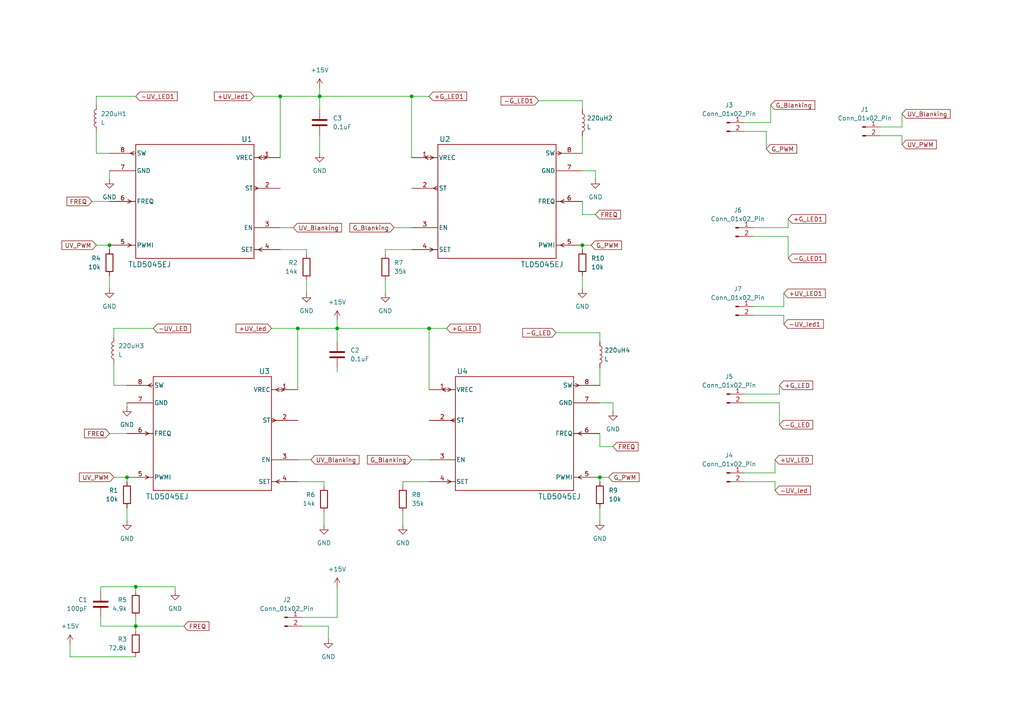
<source format=kicad_sch>
(kicad_sch (version 20231120) (generator "eeschema") (generator_version "8.0")
  (paper "A4")
  (title_block (title "Ganzfeld stimulator") (rev "v.02") (company "Sussex university") (comment 1 "CERN OHL V2.05") (comment 2 "Author: Solomon Gitau "))
  (lib_symbols
    (symbol "Connector:Conn_01x02_Pin" (pin_names (offset 1.016) hide)
      (property "Reference" "J" (at 0 2.54 0))
      (property "Value" "Conn_01x02_Pin" (at 0 -5.08 0))
      (symbol "Conn_01x02_Pin_1_1"
        (polyline (pts (xy 1.27 -2.54) (xy 0.8636 -2.54)) (stroke (width 0.1524)))
        (polyline (pts (xy 1.27 0) (xy 0.8636 0)) (stroke (width 0.1524)))
        (rectangle (start 0.8636 -2.413) (end 0 -2.667) (stroke (width 0.1524)) (fill (type outline)))
        (rectangle (start 0.8636 0.127) (end 0 -0.127) (stroke (width 0.1524)) (fill (type outline)))
        (pin passive line (at 5.08 0 180) (length 3.81) (name "Pin_1") (number "1"))
        (pin passive line (at 5.08 -2.54 180) (length 3.81) (name "Pin_2") (number "2"))
      )
    )
    (symbol "Device:C" (pin_numbers hide) (pin_names (offset 0.254))
      (property "Reference" "C" (at 0.635 2.54 0))
      (property "Value" "C" (at 0.635 -2.54 0))
      (symbol "C_0_1"
        (polyline (pts (xy -2.032 -0.762) (xy 2.032 -0.762)) (stroke (width 0.508)))
        (polyline (pts (xy -2.032 0.762) (xy 2.032 0.762)) (stroke (width 0.508)))
      )
      (symbol "C_1_1"
        (pin passive line (at 0 3.81 270) (length 2.794) (name "~") (number "1"))
        (pin passive line (at 0 -3.81 90) (length 2.794) (name "~") (number "2"))
      )
    )
    (symbol "Device:L" (pin_numbers hide) (pin_names (offset 1.016) hide)
      (property "Reference" "L" (at -1.27 0 90))
      (property "Value" "L" (at 1.905 0 90))
      (symbol "L_0_1"
        (arc (start 0 -2.54) (mid 0.6323 -1.905) (end 0 -1.27))
        (arc (start 0 -1.27) (mid 0.6323 -0.635) (end 0 0))
        (arc (start 0 0) (mid 0.6323 0.635) (end 0 1.27))
        (arc (start 0 1.27) (mid 0.6323 1.905) (end 0 2.54))
      )
      (symbol "L_1_1"
        (pin passive line (at 0 3.81 270) (length 1.27) (name "1") (number "1"))
        (pin passive line (at 0 -3.81 90) (length 1.27) (name "2") (number "2"))
      )
    )
    (symbol "Device:R" (pin_numbers hide) (pin_names (offset 0))
      (property "Reference" "R" (at 2.032 0 90))
      (property "Value" "R" (at 0 0 90))
      (symbol "R_0_1"
        (rectangle (start -1.016 -2.54) (end 1.016 2.54) (stroke (width 0.254)))
      )
      (symbol "R_1_1"
        (pin passive line (at 0 3.81 270) (length 1.27) (name "~") (number "1"))
        (pin passive line (at 0 -3.81 90) (length 1.27) (name "~") (number "2"))
      )
    )
    (symbol "TLD5045EJ_1" (pin_names (offset 0.254))
      (property "Reference" "U1" (at -20.828 18.034 0))
      (property "Value" "TLD5045EJ" (at 7.366 -18.288 0))
      (symbol "TLD5045EJ_1_0_1"
        (polyline (pts (xy -26.67 12.7) (xy -25.6286 12.1793)) (stroke (width 0.2032)))
        (polyline (pts (xy -26.67 12.7) (xy -25.6286 13.2207)) (stroke (width 0.2032)))
        (polyline (pts (xy -25.1079 12.1793) (xy -24.0665 12.7)) (stroke (width 0.2032)))
        (polyline (pts (xy -25.1079 13.2207) (xy -24.0665 12.7)) (stroke (width 0.2032)))
        (polyline (pts (xy -24.13 -13.97) (xy -25.1714 -14.4907)) (stroke (width 0.2032)))
        (polyline (pts (xy -24.13 -13.97) (xy -25.1714 -13.4493)) (stroke (width 0.2032)))
        (polyline (pts (xy -24.13 3.81) (xy -23.0886 3.2893)) (stroke (width 0.2032)))
        (polyline (pts (xy -24.13 3.81) (xy -23.0886 4.3307)) (stroke (width 0.2032)))
        (polyline (pts (xy -22.86 -16.51) (xy 11.43 -16.51)) (stroke (width 0.2032)))
        (polyline (pts (xy -22.86 16.51) (xy -22.86 -16.51)) (stroke (width 0.2032)))
        (polyline (pts (xy 11.43 -16.51) (xy 11.43 16.51)) (stroke (width 0.2032)))
        (polyline (pts (xy 11.43 16.51) (xy -22.86 16.51)) (stroke (width 0.2032)))
        (polyline (pts (xy 11.9507 13.4493) (xy 12.9921 13.97)) (stroke (width 0.2032)))
        (polyline (pts (xy 11.9507 14.4907) (xy 12.9921 13.97)) (stroke (width 0.2032)))
        (polyline (pts (xy 12.7 -12.7) (xy 13.7414 -13.2207)) (stroke (width 0.2032)))
        (polyline (pts (xy 12.7 -12.7) (xy 13.7414 -12.1793)) (stroke (width 0.2032)))
        (polyline (pts (xy 12.7 0) (xy 13.7414 -0.5207)) (stroke (width 0.2032)))
        (polyline (pts (xy 12.7 0) (xy 13.7414 0.5207)) (stroke (width 0.2032)))
        (pin unspecified line (at -30.48 -7.62 0) (length 7.62) (name "EN") (number "3"))
        (pin input line (at -30.48 -13.97 0) (length 7.62) (name "SET") (number "4"))
        (pin power_in line (at 19.05 8.89 180) (length 7.62) (name "GND") (number "7"))
        (pin output line (at 19.05 13.97 180) (length 7.62) (name "SW") (number "8"))
      )
      (symbol "TLD5045EJ_1_1_1"
        (pin bidirectional line (at -30.48 12.7 0) (length 7.62) (name "VREC") (number "1"))
        (pin output line (at -30.48 3.81 0) (length 7.62) (name "ST") (number "2"))
        (pin input line (at 19.05 -12.7 180) (length 7.62) (name "PWMI") (number "5"))
        (pin input line (at 19.05 0 180) (length 7.62) (name "FREQ") (number "6"))
      )
    )
    (symbol "power:+12V" (power) (pin_numbers hide) (pin_names (offset 0) hide)
      (property "Value" "+12V" (at 0 3.556 0))
      (symbol "+12V_0_1"
        (polyline (pts (xy -0.762 1.27) (xy 0 2.54)))
        (polyline (pts (xy 0 0) (xy 0 2.54)))
        (polyline (pts (xy 0 2.54) (xy 0.762 1.27)))
      )
      (symbol "+12V_1_1"
        (pin power_in line (at 0 0 90) (length 0) (name "~") (number "1"))
      )
    )
    (symbol "power:GND" (power) (pin_numbers hide) (pin_names (offset 0) hide)
      (property "Value" "GND" (at 0 -3.81 0))
      (symbol "GND_0_1"
        (polyline (pts (xy 0 0) (xy 0 -1.27) (xy 1.27 -1.27) (xy 0 -2.54) (xy -1.27 -1.27) (xy 0 -1.27)))
      )
      (symbol "GND_1_1"
        (pin power_in line (at 0 0 270) (length 0) (name "~") (number "1"))
      )
    )
  )
  (junction (at 39.37 170.18))
  (junction (at 86.36 95.25))
  (junction (at 97.79 95.25))
  (junction (at 168.91 71.12))
  (junction (at 92.71 27.94))
  (junction (at 31.75 71.12))
  (junction (at 124.46 95.25))
  (junction (at 81.28 27.94))
  (junction (at 36.83 138.43))
  (junction (at 173.99 138.43))
  (junction (at 119.38 27.94))
  (junction (at 39.37 181.61))
  (wire (pts (xy 261.62 39.37) (xy 261.62 41.91)))
  (wire (pts (xy 168.91 49.53) (xy 172.72 49.53)))
  (wire (pts (xy 228.6 68.58) (xy 228.6 74.93)))
  (wire (pts (xy 29.21 181.61) (xy 39.37 181.61)))
  (wire (pts (xy 177.8 116.84) (xy 177.8 119.38)))
  (wire (pts (xy 119.38 72.39) (xy 111.76 72.39)))
  (wire (pts (xy 92.71 39.37) (xy 92.71 44.45)))
  (wire (pts (xy 92.71 27.94) (xy 92.71 31.75)))
  (wire (pts (xy 168.91 80.01) (xy 168.91 83.82)))
  (wire (pts (xy 36.83 116.84) (xy 36.83 118.11)))
  (wire (pts (xy 36.83 138.43) (xy 33.02 138.43)))
  (wire (pts (xy 173.99 147.32) (xy 173.99 151.13)))
  (wire (pts (xy 31.75 71.12) (xy 27.94 71.12)))
  (wire (pts (xy 224.79 139.7) (xy 224.79 142.24)))
  (wire (pts (xy 111.76 72.39) (xy 111.76 73.66)))
  (wire (pts (xy 215.9 114.3) (xy 226.06 114.3)))
  (wire (pts (xy 92.71 27.94) (xy 119.38 27.94)))
  (wire (pts (xy 87.63 181.61) (xy 95.25 181.61)))
  (wire (pts (xy 173.99 96.52) (xy 173.99 99.06)))
  (wire (pts (xy 36.83 138.43) (xy 36.83 139.7)))
  (wire (pts (xy 173.99 116.84) (xy 177.8 116.84)))
  (wire (pts (xy 215.9 35.56) (xy 223.52 35.56)))
  (wire (pts (xy 168.91 44.45) (xy 168.91 39.37)))
  (wire (pts (xy 218.44 91.44) (xy 227.33 91.44)))
  (wire (pts (xy 31.75 71.12) (xy 31.75 72.39)))
  (wire (pts (xy 29.21 179.07) (xy 29.21 181.61)))
  (wire (pts (xy 215.9 116.84) (xy 226.06 116.84)))
  (wire (pts (xy 226.06 116.84) (xy 226.06 123.19)))
  (wire (pts (xy 27.94 44.45) (xy 31.75 44.45)))
  (wire (pts (xy 226.06 114.3) (xy 226.06 111.76)))
  (wire (pts (xy 173.99 125.73) (xy 173.99 129.54)))
  (wire (pts (xy 227.33 88.9) (xy 227.33 85.09)))
  (wire (pts (xy 168.91 58.42) (xy 168.91 62.23)))
  (wire (pts (xy 92.71 25.4) (xy 92.71 27.94)))
  (wire (pts (xy 39.37 179.07) (xy 39.37 181.61)))
  (wire (pts (xy 215.9 139.7) (xy 224.79 139.7)))
  (wire (pts (xy 93.98 148.59) (xy 93.98 152.4)))
  (wire (pts (xy 227.33 91.44) (xy 227.33 93.98)))
  (wire (pts (xy 87.63 179.07) (xy 97.79 179.07)))
  (wire (pts (xy 97.79 92.71) (xy 97.79 95.25)))
  (wire (pts (xy 116.84 148.59) (xy 116.84 152.4)))
  (wire (pts (xy 97.79 170.18) (xy 97.79 179.07)))
  (wire (pts (xy 156.21 29.21) (xy 168.91 29.21)))
  (wire (pts (xy 261.62 36.83) (xy 261.62 33.02)))
  (wire (pts (xy 119.38 133.35) (xy 124.46 133.35)))
  (wire (pts (xy 222.25 38.1) (xy 222.25 43.18)))
  (wire (pts (xy 161.29 96.52) (xy 173.99 96.52)))
  (wire (pts (xy 33.02 111.76) (xy 36.83 111.76)))
  (wire (pts (xy 86.36 139.7) (xy 93.98 139.7)))
  (wire (pts (xy 93.98 139.7) (xy 93.98 140.97)))
  (wire (pts (xy 168.91 29.21) (xy 168.91 31.75)))
  (wire (pts (xy 39.37 170.18) (xy 39.37 171.45)))
  (wire (pts (xy 97.79 95.25) (xy 97.79 99.06)))
  (wire (pts (xy 31.75 80.01) (xy 31.75 83.82)))
  (wire (pts (xy 33.02 105.41) (xy 33.02 111.76)))
  (wire (pts (xy 173.99 111.76) (xy 173.99 106.68)))
  (wire (pts (xy 36.83 147.32) (xy 36.83 151.13)))
  (wire (pts (xy 27.94 38.1) (xy 27.94 44.45)))
  (wire (pts (xy 255.27 39.37) (xy 261.62 39.37)))
  (wire (pts (xy 114.3 66.04) (xy 119.38 66.04)))
  (wire (pts (xy 78.74 95.25) (xy 86.36 95.25)))
  (wire (pts (xy 173.99 138.43) (xy 176.53 138.43)))
  (wire (pts (xy 39.37 170.18) (xy 50.8 170.18)))
  (wire (pts (xy 85.09 66.04) (xy 81.28 66.04)))
  (wire (pts (xy 39.37 181.61) (xy 39.37 182.88)))
  (wire (pts (xy 97.79 106.68) (xy 97.79 107.95)))
  (wire (pts (xy 172.72 49.53) (xy 172.72 52.07)))
  (wire (pts (xy 97.79 95.25) (xy 124.46 95.25)))
  (wire (pts (xy 119.38 27.94) (xy 124.46 27.94)))
  (wire (pts (xy 224.79 137.16) (xy 224.79 133.35)))
  (wire (pts (xy 39.37 181.61) (xy 53.34 181.61)))
  (wire (pts (xy 228.6 66.04) (xy 228.6 63.5)))
  (wire (pts (xy 173.99 138.43) (xy 173.99 139.7)))
  (wire (pts (xy 81.28 27.94) (xy 81.28 45.72)))
  (wire (pts (xy 20.32 190.5) (xy 20.32 186.69)))
  (wire (pts (xy 29.21 170.18) (xy 39.37 170.18)))
  (wire (pts (xy 50.8 171.45) (xy 50.8 170.18)))
  (wire (pts (xy 44.45 95.25) (xy 33.02 95.25)))
  (wire (pts (xy 119.38 27.94) (xy 119.38 45.72)))
  (wire (pts (xy 26.67 58.42) (xy 31.75 58.42)))
  (wire (pts (xy 168.91 62.23) (xy 172.72 62.23)))
  (wire (pts (xy 39.37 27.94) (xy 27.94 27.94)))
  (wire (pts (xy 33.02 95.25) (xy 33.02 97.79)))
  (wire (pts (xy 90.17 133.35) (xy 86.36 133.35)))
  (wire (pts (xy 215.9 137.16) (xy 224.79 137.16)))
  (wire (pts (xy 255.27 36.83) (xy 261.62 36.83)))
  (wire (pts (xy 124.46 95.25) (xy 129.54 95.25)))
  (wire (pts (xy 29.21 171.45) (xy 29.21 170.18)))
  (wire (pts (xy 95.25 181.61) (xy 95.25 185.42)))
  (wire (pts (xy 31.75 125.73) (xy 36.83 125.73)))
  (wire (pts (xy 86.36 95.25) (xy 97.79 95.25)))
  (wire (pts (xy 215.9 38.1) (xy 222.25 38.1)))
  (wire (pts (xy 88.9 72.39) (xy 88.9 73.66)))
  (wire (pts (xy 81.28 27.94) (xy 92.71 27.94)))
  (wire (pts (xy 218.44 68.58) (xy 228.6 68.58)))
  (wire (pts (xy 39.37 190.5) (xy 20.32 190.5)))
  (wire (pts (xy 31.75 52.07) (xy 31.75 49.53)))
  (wire (pts (xy 124.46 139.7) (xy 116.84 139.7)))
  (wire (pts (xy 81.28 72.39) (xy 88.9 72.39)))
  (wire (pts (xy 88.9 81.28) (xy 88.9 85.09)))
  (wire (pts (xy 86.36 95.25) (xy 86.36 113.03)))
  (wire (pts (xy 173.99 129.54) (xy 177.8 129.54)))
  (wire (pts (xy 168.91 71.12) (xy 168.91 72.39)))
  (wire (pts (xy 73.66 27.94) (xy 81.28 27.94)))
  (wire (pts (xy 218.44 88.9) (xy 227.33 88.9)))
  (wire (pts (xy 168.91 71.12) (xy 171.45 71.12)))
  (wire (pts (xy 124.46 95.25) (xy 124.46 113.03)))
  (wire (pts (xy 111.76 81.28) (xy 111.76 85.09)))
  (wire (pts (xy 218.44 66.04) (xy 228.6 66.04)))
  (wire (pts (xy 116.84 139.7) (xy 116.84 140.97)))
  (wire (pts (xy 223.52 35.56) (xy 223.52 30.48)))
  (wire (pts (xy 27.94 27.94) (xy 27.94 30.48)))
  (global_label "+UV_led1" (shape input) (at 73.66 27.94 180) (property "Intersheetrefs" "${INTERSHEET_REFS}" (effects (hide yes))))
  (global_label "UV_PWM" (shape input) (at 27.94 71.12 180) (property "Intersheetrefs" "${INTERSHEET_REFS}" (effects (hide yes))))
  (global_label "G_Blanking" (shape input) (at 119.38 133.35 180) (property "Intersheetrefs" "${INTERSHEET_REFS}" (effects (hide yes))))
  (global_label "-G_LED1" (shape input) (at 228.6 74.93 0) (property "Intersheetrefs" "${INTERSHEET_REFS}" (effects (hide yes))))
  (global_label "FREQ" (shape input) (at 172.72 62.23 0) (property "Intersheetrefs" "${INTERSHEET_REFS}" (effects (hide yes))))
  (global_label "+UV_LED" (shape input) (at 224.79 133.35 0) (property "Intersheetrefs" "${INTERSHEET_REFS}" (effects (hide yes))))
  (global_label "G_PWM" (shape input) (at 171.45 71.12 0) (property "Intersheetrefs" "${INTERSHEET_REFS}" (effects (hide yes))))
  (global_label "-UV_LED1" (shape input) (at 39.37 27.94 0) (property "Intersheetrefs" "${INTERSHEET_REFS}" (effects (hide yes))))
  (global_label "+UV_led" (shape input) (at 78.74 95.25 180) (property "Intersheetrefs" "${INTERSHEET_REFS}" (effects (hide yes))))
  (global_label "-UV_led" (shape input) (at 224.79 142.24 0) (property "Intersheetrefs" "${INTERSHEET_REFS}" (effects (hide yes))))
  (global_label "-G_LED" (shape input) (at 161.29 96.52 180) (property "Intersheetrefs" "${INTERSHEET_REFS}" (effects (hide yes))))
  (global_label "-UV_led1" (shape input) (at 227.33 93.98 0) (property "Intersheetrefs" "${INTERSHEET_REFS}" (effects (hide yes))))
  (global_label "G_Blanking" (shape input) (at 223.52 30.48 0) (property "Intersheetrefs" "${INTERSHEET_REFS}" (effects (hide yes))))
  (global_label "FREQ" (shape input) (at 31.75 125.73 180) (property "Intersheetrefs" "${INTERSHEET_REFS}" (effects (hide yes))))
  (global_label "+G_LED1" (shape input) (at 228.6 63.5 0) (property "Intersheetrefs" "${INTERSHEET_REFS}" (effects (hide yes))))
  (global_label "+G_LED" (shape input) (at 129.54 95.25 0) (property "Intersheetrefs" "${INTERSHEET_REFS}" (effects (hide yes))))
  (global_label "+UV_LED1" (shape input) (at 227.33 85.09 0) (property "Intersheetrefs" "${INTERSHEET_REFS}" (effects (hide yes))))
  (global_label "G_Blanking" (shape input) (at 114.3 66.04 180) (property "Intersheetrefs" "${INTERSHEET_REFS}" (effects (hide yes))))
  (global_label "FREQ" (shape input) (at 26.67 58.42 180) (property "Intersheetrefs" "${INTERSHEET_REFS}" (effects (hide yes))))
  (global_label "UV_Blanking" (shape input) (at 85.09 66.04 0) (property "Intersheetrefs" "${INTERSHEET_REFS}" (effects (hide yes))))
  (global_label "G_PWM" (shape input) (at 222.25 43.18 0) (property "Intersheetrefs" "${INTERSHEET_REFS}" (effects (hide yes))))
  (global_label "UV_PWM" (shape input) (at 33.02 138.43 180) (property "Intersheetrefs" "${INTERSHEET_REFS}" (effects (hide yes))))
  (global_label "UV_Blanking" (shape input) (at 261.62 33.02 0) (property "Intersheetrefs" "${INTERSHEET_REFS}" (effects (hide yes))))
  (global_label "UV_Blanking" (shape input) (at 90.17 133.35 0) (property "Intersheetrefs" "${INTERSHEET_REFS}" (effects (hide yes))))
  (global_label "-UV_LED" (shape input) (at 44.45 95.25 0) (property "Intersheetrefs" "${INTERSHEET_REFS}" (effects (hide yes))))
  (global_label "-G_LED1" (shape input) (at 156.21 29.21 180) (property "Intersheetrefs" "${INTERSHEET_REFS}" (effects (hide yes))))
  (global_label "G_PWM" (shape input) (at 176.53 138.43 0) (property "Intersheetrefs" "${INTERSHEET_REFS}" (effects (hide yes))))
  (global_label "FREQ" (shape input) (at 53.34 181.61 0) (property "Intersheetrefs" "${INTERSHEET_REFS}" (effects (hide yes))))
  (global_label "+G_LED" (shape input) (at 226.06 111.76 0) (property "Intersheetrefs" "${INTERSHEET_REFS}" (effects (hide yes))))
  (global_label "FREQ" (shape input) (at 177.8 129.54 0) (property "Intersheetrefs" "${INTERSHEET_REFS}" (effects (hide yes))))
  (global_label "+G_LED1" (shape input) (at 124.46 27.94 0) (property "Intersheetrefs" "${INTERSHEET_REFS}" (effects (hide yes))))
  (global_label "UV_PWM" (shape input) (at 261.62 41.91 0) (property "Intersheetrefs" "${INTERSHEET_REFS}" (effects (hide yes))))
  (global_label "-G_LED" (shape input) (at 226.06 123.19 0) (property "Intersheetrefs" "${INTERSHEET_REFS}" (effects (hide yes))))
  (symbol (lib_id "Device:L") (at 168.91 35.56 0) (unit 1)
    (property "Reference" "220uH2" (at 170.18 34.2899 0) (effects (justify left)))
    (property "Value" "L" (at 170.18 36.8299 0) (effects (justify left)))
    (property "Footprint" "Capacitor_SMD:C_0805_2012Metric_Pad1.18x1.45mm_HandSolder" (effects (hide yes)))
    (property "Description" "Inductor" (effects (hide yes)))
  )
  (symbol (lib_id "Device:L") (at 33.02 101.6 0) (mirror y) (unit 1)
    (property "Reference" "220uH3" (at 34.29 100.3299 0) (effects (justify right)))
    (property "Value" "L" (at 34.29 102.8699 0) (effects (justify right)))
    (property "Footprint" "Capacitor_SMD:C_0805_2012Metric_Pad1.18x1.45mm_HandSolder" (effects (hide yes)))
    (property "Description" "Inductor" (effects (hide yes)))
  )
  (symbol (lib_id "Device:R") (at 39.37 175.26 0) (mirror y) (unit 1)
    (property "Reference" "R5" (at 36.83 173.9899 0) (effects (justify left)))
    (property "Value" "4.9k" (at 36.83 176.5299 0) (effects (justify left)))
    (property "Footprint" "Capacitor_SMD:C_0805_2012Metric_Pad1.18x1.45mm_HandSolder" (effects (hide yes)))
    (property "Description" "Resistor" (effects (hide yes)))
  )
  (symbol (lib_id "Device:R") (at 168.91 76.2 180) (unit 1)
    (property "Reference" "R10" (at 171.45 74.9299 0) (effects (justify right)))
    (property "Value" "10k" (at 171.45 77.4699 0) (effects (justify right)))
    (property "Footprint" "Capacitor_SMD:C_0805_2012Metric_Pad1.18x1.45mm_HandSolder" (effects (hide yes)))
    (property "Description" "Resistor" (effects (hide yes)))
    (property "Purchase_link" "https://uk.rs-online.com/web/p/gate-drivers/2584060?gb=s" (effects (hide yes)))
  )
  (symbol (lib_id "power:GND") (at 88.9 85.09 0) (mirror y) (unit 1)
    (property "Reference" "#PWR02" (effects (hide yes)))
    (property "Value" "GND" (at 88.9 90.17 0))
    (property "Description" "Power symbol creates a global label with name \"GND\" , ground" (effects (hide yes)))
  )
  (symbol (lib_id "power:GND") (at 111.76 85.09 0) (unit 1)
    (property "Reference" "#PWR09" (effects (hide yes)))
    (property "Value" "GND" (at 111.76 90.17 0))
    (property "Description" "Power symbol creates a global label with name \"GND\" , ground" (effects (hide yes)))
  )
  (symbol (lib_id "power:GND") (at 50.8 171.45 0) (unit 1)
    (property "Reference" "#PWR07" (effects (hide yes)))
    (property "Value" "GND" (at 50.8 176.53 0))
    (property "Description" "Power symbol creates a global label with name \"GND\" , ground" (effects (hide yes)))
  )
  (symbol (lib_id "Device:R") (at 36.83 143.51 0) (mirror x) (unit 1)
    (property "Reference" "R1" (at 34.29 142.2399 0) (effects (justify right)))
    (property "Value" "10k" (at 34.29 144.7799 0) (effects (justify right)))
    (property "Footprint" "Capacitor_SMD:C_0805_2012Metric_Pad1.18x1.45mm_HandSolder" (effects (hide yes)))
    (property "Description" "Resistor" (effects (hide yes)))
    (property "Purchase_link" "https://uk.rs-online.com/web/p/gate-drivers/2584060?gb=s" (effects (hide yes)))
  )
  (symbol (lib_id "Connector:Conn_01x02_Pin") (at 210.82 114.3 0) (unit 1)
    (property "Reference" "J5" (at 211.455 109.22 0))
    (property "Value" "Conn_01x02_Pin" (at 211.455 111.76 0))
    (property "Footprint" "Connector_PinSocket_2.54mm:PinSocket_1x02_P2.54mm_Vertical" (effects (hide yes)))
    (property "Description" "Generic connector, single row, 01x02, script generated" (effects (hide yes)))
  )
  (symbol (lib_id "Device:C") (at 97.79 102.87 0) (unit 1)
    (property "Reference" "C2" (at 101.6 101.5999 0) (effects (justify left)))
    (property "Value" "0.1uF" (at 101.6 104.1399 0) (effects (justify left)))
    (property "Footprint" "Capacitor_SMD:C_0805_2012Metric_Pad1.18x1.45mm_HandSolder" (effects (hide yes)))
    (property "Description" "Unpolarized capacitor" (effects (hide yes)))
  )
  (symbol (lib_id "power:GND") (at 177.8 119.38 0) (unit 1)
    (property "Reference" "#PWR018" (effects (hide yes)))
    (property "Value" "GND" (at 177.8 124.46 0))
    (property "Description" "Power symbol creates a global label with name \"GND\" , ground" (effects (hide yes)))
  )
  (symbol (lib_id "power:+12V") (at 97.79 170.18 0) (unit 1)
    (property "Reference" "#PWR06" (effects (hide yes)))
    (property "Value" "+15V" (at 97.79 165.1 0))
    (property "Description" "Power symbol creates a global label with name \"+12V\"" (effects (hide yes)))
  )
  (symbol (lib_id "power:GND") (at 173.99 151.13 0) (unit 1)
    (property "Reference" "#PWR017" (effects (hide yes)))
    (property "Value" "GND" (at 173.99 156.21 0))
    (property "Description" "Power symbol creates a global label with name \"GND\" , ground" (effects (hide yes)))
  )
  (symbol (lib_id "power:GND") (at 36.83 151.13 0) (mirror y) (unit 1)
    (property "Reference" "#PWR013" (effects (hide yes)))
    (property "Value" "GND" (at 36.83 156.21 0))
    (property "Description" "Power symbol creates a global label with name \"GND\" , ground" (effects (hide yes)))
  )
  (symbol (lib_id "Connector:Conn_01x02_Pin") (at 210.82 35.56 0) (unit 1)
    (property "Reference" "J3" (at 211.455 30.48 0))
    (property "Value" "Conn_01x02_Pin" (at 211.455 33.02 0))
    (property "Footprint" "Connector_PinSocket_2.54mm:PinSocket_1x02_P2.54mm_Vertical" (effects (hide yes)))
    (property "Description" "Generic connector, single row, 01x02, script generated" (effects (hide yes)))
  )
  (symbol (lib_name "TLD5045EJ_1") (lib_id "TLD5045EJ:TLD5045EJ") (at 50.8 58.42 0) (mirror y) (unit 1)
    (property "Reference" "U1" (at 71.628 40.386 0) (effects (font (size 1.524 1.524))))
    (property "Value" "TLD5045EJ" (at 43.434 76.708 0) (effects (font (size 1.524 1.524))))
    (property "Footprint" "TLD5045EJX:PG-DSO-8-1_INF" (effects (hide yes)))
    (property "Datasheet" "TLD5045EJ" (effects (hide yes)))
    (property "Purchase_link" "https://uk.rs-online.com/web/p/gate-drivers/2584060?gb=s" (effects (hide yes)))
  )
  (symbol (lib_id "power:+12V") (at 97.79 92.71 0) (unit 1)
    (property "Reference" "#PWR015" (effects (hide yes)))
    (property "Value" "+15V" (at 97.79 87.63 0))
    (property "Description" "Power symbol creates a global label with name \"+12V\"" (effects (hide yes)))
  )
  (symbol (lib_id "Device:R") (at 39.37 186.69 0) (mirror y) (unit 1)
    (property "Reference" "R3" (at 36.83 185.4199 0) (effects (justify left)))
    (property "Value" "72.8k" (at 36.83 187.9599 0) (effects (justify left)))
    (property "Footprint" "Capacitor_SMD:C_0805_2012Metric_Pad1.18x1.45mm_HandSolder" (effects (hide yes)))
    (property "Description" "Resistor" (effects (hide yes)))
  )
  (symbol (lib_name "TLD5045EJ_1") (lib_id "TLD5045EJ:TLD5045EJ") (at 149.86 58.42 0) (unit 1)
    (property "Reference" "U2" (at 129.032 40.386 0) (effects (font (size 1.524 1.524))))
    (property "Value" "TLD5045EJ" (at 157.226 76.708 0) (effects (font (size 1.524 1.524))))
    (property "Footprint" "TLD5045EJX:PG-DSO-8-1_INF" (effects (hide yes)))
    (property "Datasheet" "TLD5045EJ" (effects (hide yes)))
    (property "Purchase_link" "https://uk.rs-online.com/web/p/gate-drivers/2584060?gb=s" (effects (hide yes)))
  )
  (symbol (lib_id "power:GND") (at 168.91 83.82 0) (unit 1)
    (property "Reference" "#PWR011" (effects (hide yes)))
    (property "Value" "GND" (at 168.91 88.9 0))
    (property "Description" "Power symbol creates a global label with name \"GND\" , ground" (effects (hide yes)))
  )
  (symbol (lib_id "Connector:Conn_01x02_Pin") (at 250.19 36.83 0) (unit 1)
    (property "Reference" "J1" (at 250.825 31.75 0))
    (property "Value" "Conn_01x02_Pin" (at 250.825 34.29 0))
    (property "Footprint" "Connector_PinSocket_2.54mm:PinSocket_1x02_P2.54mm_Vertical" (effects (hide yes)))
    (property "Description" "Generic connector, single row, 01x02, script generated" (effects (hide yes)))
  )
  (symbol (lib_id "Device:R") (at 31.75 76.2 0) (mirror x) (unit 1)
    (property "Reference" "R4" (at 29.21 74.9299 0) (effects (justify right)))
    (property "Value" "10k" (at 29.21 77.4699 0) (effects (justify right)))
    (property "Footprint" "Capacitor_SMD:C_0805_2012Metric_Pad1.18x1.45mm_HandSolder" (effects (hide yes)))
    (property "Description" "Resistor" (effects (hide yes)))
    (property "Purchase_link" "https://uk.rs-online.com/web/p/gate-drivers/2584060?gb=s" (effects (hide yes)))
  )
  (symbol (lib_id "Device:R") (at 116.84 144.78 0) (unit 1)
    (property "Reference" "R8" (at 119.38 143.5099 0) (effects (justify left)))
    (property "Value" "35k" (at 119.38 146.0499 0) (effects (justify left)))
    (property "Footprint" "Capacitor_SMD:C_0805_2012Metric_Pad1.18x1.45mm_HandSolder" (effects (hide yes)))
    (property "Description" "Resistor" (effects (hide yes)))
  )
  (symbol (lib_id "Device:R") (at 173.99 143.51 180) (unit 1)
    (property "Reference" "R9" (at 176.53 142.2399 0) (effects (justify right)))
    (property "Value" "10k" (at 176.53 144.7799 0) (effects (justify right)))
    (property "Footprint" "Capacitor_SMD:C_0805_2012Metric_Pad1.18x1.45mm_HandSolder" (effects (hide yes)))
    (property "Description" "Resistor" (effects (hide yes)))
    (property "Purchase_link" "https://uk.rs-online.com/web/p/gate-drivers/2584060?gb=s" (effects (hide yes)))
  )
  (symbol (lib_id "Device:R") (at 93.98 144.78 0) (mirror y) (unit 1)
    (property "Reference" "R6" (at 91.44 143.5099 0) (effects (justify left)))
    (property "Value" "14k" (at 91.44 146.0499 0) (effects (justify left)))
    (property "Footprint" "Capacitor_SMD:C_0805_2012Metric_Pad1.18x1.45mm_HandSolder" (effects (hide yes)))
    (property "Description" "Resistor" (effects (hide yes)))
  )
  (symbol (lib_id "Connector:Conn_01x02_Pin") (at 82.55 179.07 0) (unit 1)
    (property "Reference" "J2" (at 83.185 173.99 0))
    (property "Value" "Conn_01x02_Pin" (at 83.185 176.53 0))
    (property "Footprint" "Connector_PinSocket_2.54mm:PinSocket_1x02_P2.54mm_Vertical" (effects (hide yes)))
    (property "Description" "Generic connector, single row, 01x02, script generated" (effects (hide yes)))
  )
  (symbol (lib_name "TLD5045EJ_1") (lib_id "TLD5045EJ:TLD5045EJ") (at 55.88 125.73 0) (mirror y) (unit 1)
    (property "Reference" "U3" (at 76.708 107.696 0) (effects (font (size 1.524 1.524))))
    (property "Value" "TLD5045EJ" (at 48.514 144.018 0) (effects (font (size 1.524 1.524))))
    (property "Footprint" "TLD5045EJX:PG-DSO-8-1_INF" (effects (hide yes)))
    (property "Datasheet" "TLD5045EJ" (effects (hide yes)))
    (property "Purchase_link" "https://uk.rs-online.com/web/p/gate-drivers/2584060?gb=s" (effects (hide yes)))
  )
  (symbol (lib_id "power:GND") (at 172.72 52.07 0) (unit 1)
    (property "Reference" "#PWR01" (effects (hide yes)))
    (property "Value" "GND" (at 172.72 57.15 0))
    (property "Description" "Power symbol creates a global label with name \"GND\" , ground" (effects (hide yes)))
  )
  (symbol (lib_id "power:+12V") (at 20.32 186.69 0) (mirror y) (unit 1)
    (property "Reference" "#PWR04" (effects (hide yes)))
    (property "Value" "+15V" (at 20.32 181.61 0))
    (property "Description" "Power symbol creates a global label with name \"+12V\"" (effects (hide yes)))
  )
  (symbol (lib_id "power:GND") (at 92.71 44.45 0) (unit 1)
    (property "Reference" "#PWR019" (effects (hide yes)))
    (property "Value" "GND" (at 92.71 49.53 0))
    (property "Description" "Power symbol creates a global label with name \"GND\" , ground" (effects (hide yes)))
  )
  (symbol (lib_id "power:GND") (at 116.84 152.4 0) (unit 1)
    (property "Reference" "#PWR016" (effects (hide yes)))
    (property "Value" "GND" (at 116.84 157.48 0))
    (property "Description" "Power symbol creates a global label with name \"GND\" , ground" (effects (hide yes)))
  )
  (symbol (lib_id "Device:C") (at 92.71 35.56 0) (unit 1)
    (property "Reference" "C3" (at 96.52 34.2899 0) (effects (justify left)))
    (property "Value" "0.1uF" (at 96.52 36.8299 0) (effects (justify left)))
    (property "Footprint" "Capacitor_SMD:C_0805_2012Metric_Pad1.18x1.45mm_HandSolder" (effects (hide yes)))
    (property "Description" "Unpolarized capacitor" (effects (hide yes)))
  )
  (symbol (lib_id "power:GND") (at 93.98 152.4 0) (mirror y) (unit 1)
    (property "Reference" "#PWR014" (effects (hide yes)))
    (property "Value" "GND" (at 93.98 157.48 0))
    (property "Description" "Power symbol creates a global label with name \"GND\" , ground" (effects (hide yes)))
  )
  (symbol (lib_id "Device:R") (at 111.76 77.47 0) (unit 1)
    (property "Reference" "R7" (at 114.3 76.1999 0) (effects (justify left)))
    (property "Value" "35k" (at 114.3 78.7399 0) (effects (justify left)))
    (property "Footprint" "Capacitor_SMD:C_0805_2012Metric_Pad1.18x1.45mm_HandSolder" (effects (hide yes)))
    (property "Description" "Resistor" (effects (hide yes)))
  )
  (symbol (lib_id "Device:L") (at 173.99 102.87 0) (unit 1)
    (property "Reference" "220uH4" (at 175.26 101.5999 0) (effects (justify left)))
    (property "Value" "L" (at 175.26 104.1399 0) (effects (justify left)))
    (property "Footprint" "Capacitor_SMD:C_0805_2012Metric_Pad1.18x1.45mm_HandSolder" (effects (hide yes)))
    (property "Description" "Inductor" (effects (hide yes)))
  )
  (symbol (lib_id "power:GND") (at 95.25 185.42 0) (unit 1)
    (property "Reference" "#PWR03" (effects (hide yes)))
    (property "Value" "GND" (at 95.25 190.5 0))
    (property "Description" "Power symbol creates a global label with name \"GND\" , ground" (effects (hide yes)))
  )
  (symbol (lib_id "Connector:Conn_01x02_Pin") (at 213.36 88.9 0) (unit 1)
    (property "Reference" "J7" (at 213.995 83.82 0))
    (property "Value" "Conn_01x02_Pin" (at 213.995 86.36 0))
    (property "Footprint" "Connector_PinSocket_2.54mm:PinSocket_1x02_P2.54mm_Vertical" (effects (hide yes)))
    (property "Description" "Generic connector, single row, 01x02, script generated" (effects (hide yes)))
  )
  (symbol (lib_id "power:GND") (at 31.75 52.07 0) (unit 1)
    (property "Reference" "#PWR08" (effects (hide yes)))
    (property "Value" "GND" (at 31.75 57.15 0))
    (property "Description" "Power symbol creates a global label with name \"GND\" , ground" (effects (hide yes)))
  )
  (symbol (lib_id "power:GND") (at 36.83 118.11 0) (unit 1)
    (property "Reference" "#PWR012" (effects (hide yes)))
    (property "Value" "GND" (at 36.83 123.19 0))
    (property "Description" "Power symbol creates a global label with name \"GND\" , ground" (effects (hide yes)))
  )
  (symbol (lib_id "power:+12V") (at 92.71 25.4 0) (unit 1)
    (property "Reference" "#PWR010" (effects (hide yes)))
    (property "Value" "+15V" (at 92.71 20.32 0))
    (property "Description" "Power symbol creates a global label with name \"+12V\"" (effects (hide yes)))
  )
  (symbol (lib_id "Device:R") (at 88.9 77.47 0) (mirror y) (unit 1)
    (property "Reference" "R2" (at 86.36 76.1999 0) (effects (justify left)))
    (property "Value" "14k" (at 86.36 78.7399 0) (effects (justify left)))
    (property "Footprint" "Capacitor_SMD:C_0805_2012Metric_Pad1.18x1.45mm_HandSolder" (effects (hide yes)))
    (property "Description" "Resistor" (effects (hide yes)))
  )
  (symbol (lib_id "Device:C") (at 29.21 175.26 0) (mirror y) (unit 1)
    (property "Reference" "C1" (at 25.4 173.9899 0) (effects (justify left)))
    (property "Value" "100pF" (at 25.4 176.5299 0) (effects (justify left)))
    (property "Footprint" "Capacitor_SMD:C_0805_2012Metric_Pad1.18x1.45mm_HandSolder" (effects (hide yes)))
    (property "Description" "Unpolarized capacitor" (effects (hide yes)))
  )
  (symbol (lib_id "Connector:Conn_01x02_Pin") (at 213.36 66.04 0) (unit 1)
    (property "Reference" "J6" (at 213.995 60.96 0))
    (property "Value" "Conn_01x02_Pin" (at 213.995 63.5 0))
    (property "Footprint" "Connector_PinSocket_2.54mm:PinSocket_1x02_P2.54mm_Vertical" (effects (hide yes)))
    (property "Description" "Generic connector, single row, 01x02, script generated" (effects (hide yes)))
  )
  (symbol (lib_name "TLD5045EJ_1") (lib_id "TLD5045EJ:TLD5045EJ") (at 154.94 125.73 0) (unit 1)
    (property "Reference" "U4" (at 134.112 107.696 0) (effects (font (size 1.524 1.524))))
    (property "Value" "TLD5045EJ" (at 162.306 144.018 0) (effects (font (size 1.524 1.524))))
    (property "Footprint" "TLD5045EJX:PG-DSO-8-1_INF" (effects (hide yes)))
    (property "Datasheet" "TLD5045EJ" (effects (hide yes)))
    (property "Purchase_link" "https://uk.rs-online.com/web/p/gate-drivers/2584060?gb=s" (effects (hide yes)))
  )
  (symbol (lib_id "power:GND") (at 31.75 83.82 0) (mirror y) (unit 1)
    (property "Reference" "#PWR05" (effects (hide yes)))
    (property "Value" "GND" (at 31.75 88.9 0))
    (property "Description" "Power symbol creates a global label with name \"GND\" , ground" (effects (hide yes)))
  )
  (symbol (lib_id "Connector:Conn_01x02_Pin") (at 210.82 137.16 0) (unit 1)
    (property "Reference" "J4" (at 211.455 132.08 0))
    (property "Value" "Conn_01x02_Pin" (at 211.455 134.62 0))
    (property "Footprint" "Connector_PinSocket_2.54mm:PinSocket_1x02_P2.54mm_Vertical" (effects (hide yes)))
    (property "Description" "Generic connector, single row, 01x02, script generated" (effects (hide yes)))
  )
  (symbol (lib_id "Device:L") (at 27.94 34.29 0) (mirror y) (unit 1)
    (property "Reference" "220uH1" (at 29.21 33.0199 0) (effects (justify right)))
    (property "Value" "L" (at 29.21 35.5599 0) (effects (justify right)))
    (property "Footprint" "Capacitor_SMD:C_0805_2012Metric_Pad1.18x1.45mm_HandSolder" (effects (hide yes)))
    (property "Description" "Inductor" (effects (hide yes)))
  )
)
</source>
